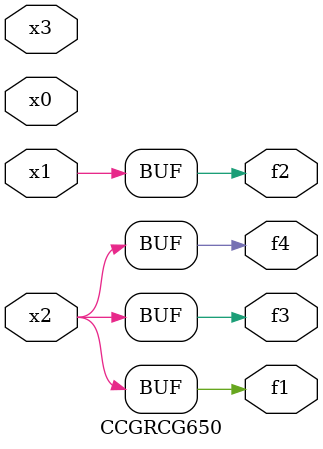
<source format=v>
module CCGRCG650(
	input x0, x1, x2, x3,
	output f1, f2, f3, f4
);
	assign f1 = x2;
	assign f2 = x1;
	assign f3 = x2;
	assign f4 = x2;
endmodule

</source>
